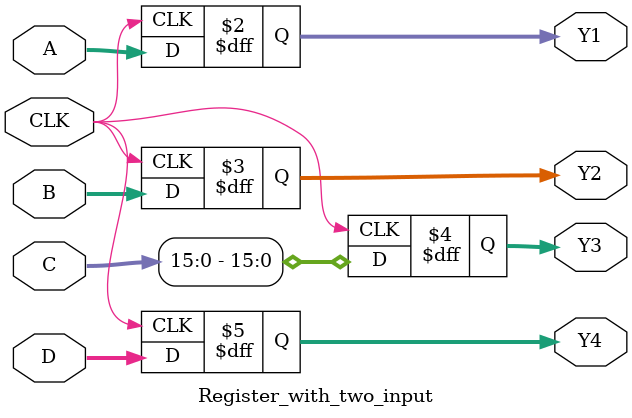
<source format=v>
`timescale 1ns / 1ps


module Register_with_two_input(
    input [511:0] A,
    input [479:0] B,
    input [31:0] C,
    input [31:0] D,
    input CLK,
    output reg[511:0] Y1,
    output reg[479:0]Y2,
    output reg [15:0]Y3,
    output reg [31:0]Y4
    );
always@(posedge CLK)
  begin
     Y1=A;
     Y2=B;
     Y3=C;
     Y4=D;
  end
endmodule

</source>
